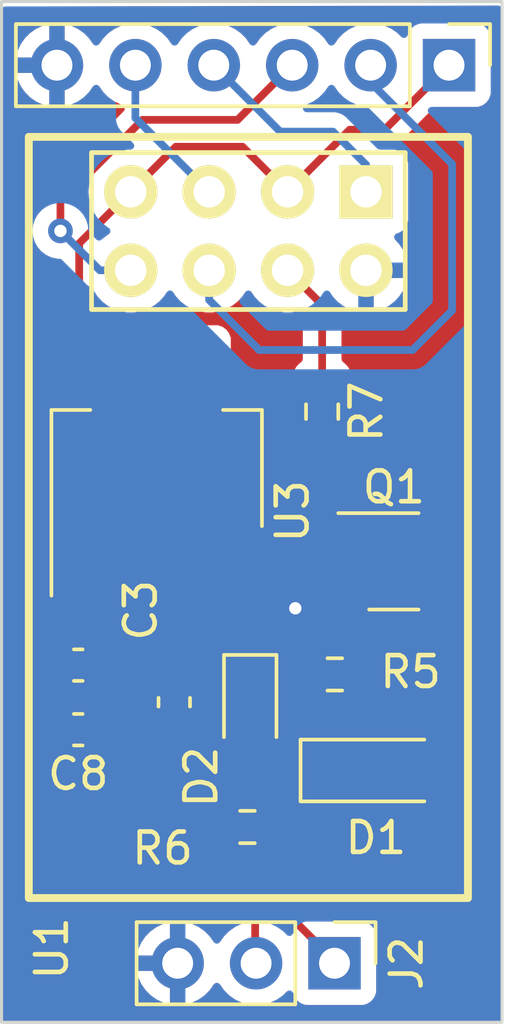
<source format=kicad_pcb>
(kicad_pcb (version 20240108) (generator "pcbnew") (generator_version "8.0")
  (layers (0 "F.Cu" signal) (31 "B.Cu" signal) (34 "B.Paste" user) (35 "F.Paste" user) (36 "B.SilkS" user "B.Silkscreen") (37 "F.SilkS" user "F.Silkscreen") (38 "B.Mask" user) (39 "F.Mask" user) (44 "Edge.Cuts" user))
  (net 0 "")
  (net 1 "+3.3V")
  (net 2 "GND")
  (net 3 "Net-(D1-K)")
  (net 4 "+12V")
  (net 5 "Net-(J2-Pin_2)")
  (net 6 "Net-(D2-K)")
  (net 7 "Net-(U1-GPIO2)")
  (net 8 "Net-(J1-Pin_4)")
  (net 9 "Net-(J1-Pin_2)")
  (net 10 "Net-(J1-Pin_3)")
  (net 11 "Net-(J1-Pin_5)")
  (net 12 "Net-(Q1-B)")
  (footprint "Capacitor_SMD:C_0603_1608Metric" (layer "F.Cu") (at 100.1 108.98 -90)
    (property "Reference" "C3" (at -2.975 1.09 90) (layer "F.SilkS"))
    (property "Value" "10uF" (hide yes))
    (fp_line (start -0.14058 0.51) (end 0.14058 0.51) (stroke (width 0.12)) (layer "F.SilkS"))
    (fp_line (start -0.14058 -0.51) (end 0.14058 -0.51) (stroke (width 0.12)) (layer "F.SilkS"))
    (pad "1" smd roundrect (at -0.775 0 270) (size 0.9 0.95) (layers "F.Cu" "F.Paste" "F.Mask") (net 6 "Net-(D2-K)"))
    (pad "2" smd roundrect (at 0.775 0 270) (size 0.9 0.95) (layers "F.Cu" "F.Paste" "F.Mask") (net 2 "GND"))
  )
  (footprint "Capacitor_SMD:C_0603_1608Metric" (layer "F.Cu") (at 96.99 107.78 180)
    (property "Reference" "C9" (hide yes))
    (property "Value" "100nF" (hide yes))
    (fp_line (start -0.14058 0.51) (end 0.14058 0.51) (stroke (width 0.12)) (layer "F.SilkS"))
    (fp_line (start -0.14058 -0.51) (end 0.14058 -0.51) (stroke (width 0.12)) (layer "F.SilkS"))
    (pad "1" smd roundrect (at -0.775 0 180) (size 0.9 0.95) (layers "F.Cu" "F.Paste" "F.Mask") (net 1 "+3.3V"))
    (pad "2" smd roundrect (at 0.775 0 180) (size 0.9 0.95) (layers "F.Cu" "F.Paste" "F.Mask") (net 2 "GND"))
  )
  (footprint "Connector_PinHeader_2.54mm:PinHeader_1x03_P2.54mm_Vertical" (layer "F.Cu") (at 105.29 117.43 -90)
    (property "Reference" "J2" (at 0 -2.33 90) (layer "F.SilkS"))
    (property "Value" "Conn_01x03_Socket" (hide yes))
    (fp_line (start -1.33 6.41) (end 1.33 6.41) (stroke (width 0.12)) (layer "F.SilkS"))
    (fp_line (start -1.33 1.27) (end -1.33 6.41) (stroke (width 0.12)) (layer "F.SilkS"))
    (fp_line (start -1.33 1.27) (end 1.33 1.27) (stroke (width 0.12)) (layer "F.SilkS"))
    (fp_line (start 1.33 1.27) (end 1.33 6.41) (stroke (width 0.12)) (layer "F.SilkS"))
    (fp_line (start -1.33 0) (end -1.33 -1.33) (stroke (width 0.12)) (layer "F.SilkS"))
    (fp_line (start -1.33 -1.33) (end 0 -1.33) (stroke (width 0.12)) (layer "F.SilkS"))
    (pad "1" thru_hole rect (at 0 0 270) (size 1.7 1.7) (drill 1) (layers "*.Cu" "*.Mask") (net 4 "+12V"))
    (pad "2" thru_hole oval (at 0 2.54 270) (size 1.7 1.7) (drill 1) (layers "*.Cu" "*.Mask") (net 5 "Net-(J2-Pin_2)"))
    (pad "3" thru_hole oval (at 0 5.08 270) (size 1.7 1.7) (drill 1) (layers "*.Cu" "*.Mask") (net 2 "GND"))
  )
  (footprint "Resistor_SMD:R_0603_1608Metric" (layer "F.Cu") (at 104.89 99.575 -90)
    (property "Reference" "R7" (at 0 -1.43 90) (layer "F.SilkS"))
    (property "Value" "1K" (hide yes))
    (fp_line (start -0.237258 0.5225) (end 0.237258 0.5225) (stroke (width 0.12)) (layer "F.SilkS"))
    (fp_line (start -0.237258 -0.5225) (end 0.237258 -0.5225) (stroke (width 0.12)) (layer "F.SilkS"))
    (pad "1" smd roundrect (at -0.825 0 270) (size 0.8 0.95) (layers "F.Cu" "F.Paste" "F.Mask") (net 7 "Net-(U1-GPIO2)"))
    (pad "2" smd roundrect (at 0.825 0 270) (size 0.8 0.95) (layers "F.Cu" "F.Paste" "F.Mask") (net 12 "Net-(Q1-B)"))
  )
  (footprint "Package_TO_SOT_SMD:SOT-223" (layer "F.Cu") (at 99.53 101.43 90)
    (property "Reference" "U3" (at -1.37 4.4 270) (layer "F.SilkS"))
    (property "Value" "AMS1117-3.3" (hide yes))
    (fp_line (start 1.91 -3.41) (end 1.91 -2.15) (stroke (width 0.12)) (layer "F.SilkS"))
    (fp_line (start -4.1 -3.41) (end 1.91 -3.41) (stroke (width 0.12)) (layer "F.SilkS"))
    (fp_line (start 1.91 3.41) (end 1.91 2.15) (stroke (width 0.12)) (layer "F.SilkS"))
    (fp_line (start -1.85 3.41) (end 1.91 3.41) (stroke (width 0.12)) (layer "F.SilkS"))
    (pad "1" smd rect (at -3.15 -2.3 90) (size 2 1.5) (layers "F.Cu" "F.Paste" "F.Mask") (net 2 "GND"))
    (pad "2" smd rect (at -3.15 0 90) (size 2 1.5) (layers "F.Cu" "F.Paste" "F.Mask") (net 1 "+3.3V"))
    (pad "3" smd rect (at -3.15 2.3 90) (size 2 1.5) (layers "F.Cu" "F.Paste" "F.Mask") (net 6 "Net-(D2-K)"))
    (pad "4" smd rect (at 3.15 0 90) (size 2 3.8) (layers "F.Cu" "F.Paste" "F.Mask"))
  )
  (footprint "Resistor_SMD:R_0603_1608Metric" (layer "F.Cu") (at 102.47 113.02 180)
    (property "Reference" "R6" (at 2.75 -0.69 180) (layer "F.SilkS"))
    (property "Value" "470R" (hide yes))
    (fp_line (start -0.237258 0.5225) (end 0.237258 0.5225) (stroke (width 0.12)) (layer "F.SilkS"))
    (fp_line (start -0.237258 -0.5225) (end 0.237258 -0.5225) (stroke (width 0.12)) (layer "F.SilkS"))
    (pad "1" smd roundrect (at -0.825 0 180) (size 0.8 0.95) (layers "F.Cu" "F.Paste" "F.Mask") (net 3 "Net-(D1-K)"))
    (pad "2" smd roundrect (at 0.825 0 180) (size 0.8 0.95) (layers "F.Cu" "F.Paste" "F.Mask") (net 5 "Net-(J2-Pin_2)"))
  )
  (footprint "Package_TO_SOT_SMD:SOT-23-3" (layer "F.Cu") (at 107.2125 104.42)
    (property "Reference" "Q1" (at 0 -2.4 0) (layer "F.SilkS"))
    (property "Value" "BC858")
    (fp_line (start 0 -1.56) (end -1.8 -1.56) (stroke (width 0.12)) (layer "F.SilkS"))
    (fp_line (start 0 -1.56) (end 0.8 -1.56) (stroke (width 0.12)) (layer "F.SilkS"))
    (fp_line (start 0 1.56) (end -0.8 1.56) (stroke (width 0.12)) (layer "F.SilkS"))
    (fp_line (start 0 1.56) (end 0.8 1.56) (stroke (width 0.12)) (layer "F.SilkS"))
    (pad "1" smd roundrect (at -1.1375 -0.95) (size 1.325 0.6) (layers "F.Cu" "F.Paste" "F.Mask") (net 12 "Net-(Q1-B)"))
    (pad "2" smd roundrect (at -1.1375 0.95) (size 1.325 0.6) (layers "F.Cu" "F.Paste" "F.Mask") (net 3 "Net-(D1-K)"))
    (pad "3" smd roundrect (at 1.1375 0) (size 1.325 0.6) (layers "F.Cu" "F.Paste" "F.Mask") (net 2 "GND"))
  )
  (footprint "Diode_SMD:D_SOD-123" (layer "F.Cu") (at 106.55 111.19)
    (property "Reference" "D1" (at 0.08 2.18 360) (layer "F.SilkS"))
    (property "Value" "D_Zener" (hide yes))
    (fp_line (start -2.36 -1) (end -2.36 1) (stroke (width 0.12)) (layer "F.SilkS"))
    (fp_line (start -2.36 -1) (end 1.65 -1) (stroke (width 0.12)) (layer "F.SilkS"))
    (fp_line (start -2.36 1) (end 1.65 1) (stroke (width 0.12)) (layer "F.SilkS"))
    (pad "1" smd roundrect (at -1.65 0) (size 0.9 1.2) (layers "F.Cu" "F.Paste" "F.Mask") (net 3 "Net-(D1-K)"))
    (pad "2" smd roundrect (at 1.65 0) (size 0.9 1.2) (layers "F.Cu" "F.Paste" "F.Mask") (net 2 "GND"))
  )
  (footprint "ESP8266:ESP-01" (layer "F.Cu") (at 106.31 92.459 -90)
    (property "Reference" "U1" (at 24.491 10.18 90) (layer "F.SilkS"))
    (property "Value" "ESP-01v090" (hide yes))
    (fp_line (start -1.778 10.922) (end -1.778 -3.302) (stroke (width 0.254)) (layer "F.SilkS"))
    (fp_line (start 22.86 10.922) (end -1.778 10.922) (stroke (width 0.254)) (layer "F.SilkS"))
    (fp_line (start -1.27 8.89) (end 3.81 8.89) (stroke (width 0.1524)) (layer "F.SilkS"))
    (fp_line (start 3.81 8.89) (end 3.81 -1.27) (stroke (width 0.1524)) (layer "F.SilkS"))
    (fp_line (start -1.27 1.27) (end -1.27 8.89) (stroke (width 0.1524)) (layer "F.SilkS"))
    (fp_line (start -1.27 -1.27) (end -1.27 1.27) (stroke (width 0.1524)) (layer "F.SilkS"))
    (fp_line (start 1.27 -1.27) (end -1.27 -1.27) (stroke (width 0.1524)) (layer "F.SilkS"))
    (fp_line (start 3.81 -1.27) (end 1.27 -1.27) (stroke (width 0.1524)) (layer "F.SilkS"))
    (fp_line (start -1.778 -3.302) (end 22.86 -3.302) (stroke (width 0.254)) (layer "F.SilkS"))
    (fp_line (start 22.86 -3.302) (end 22.86 10.922) (stroke (width 0.254)) (layer "F.SilkS"))
    (pad "1" thru_hole rect (at 0 0 270) (size 1.7272 1.7272) (drill 1.016) (layers "*.Cu" "*.Mask" "F.SilkS") (net 8 "Net-(J1-Pin_4)"))
    (pad "2" thru_hole oval (at 2.54 0 270) (size 1.7272 1.7272) (drill 1.016) (layers "*.Cu" "*.Mask" "F.SilkS") (net 2 "GND"))
    (pad "3" thru_hole oval (at 0 2.54 270) (size 1.7272 1.7272) (drill 1.016) (layers "*.Cu" "*.Mask" "F.SilkS") (net 1 "+3.3V"))
    (pad "4" thru_hole oval (at 2.54 2.54 270) (size 1.7272 1.7272) (drill 1.016) (layers "*.Cu" "*.Mask" "F.SilkS") (net 7 "Net-(U1-GPIO2)"))
    (pad "5" thru_hole oval (at 0 5.08 270) (size 1.7272 1.7272) (drill 1.016) (layers "*.Cu" "*.Mask" "F.SilkS") (net 11 "Net-(J1-Pin_5)"))
    (pad "6" thru_hole oval (at 2.54 5.08 270) (size 1.7272 1.7272) (drill 1.016) (layers "*.Cu" "*.Mask" "F.SilkS") (net 9 "Net-(J1-Pin_2)"))
    (pad "7" thru_hole oval (at 0 7.62 270) (size 1.7272 1.7272) (drill 1.016) (layers "*.Cu" "*.Mask" "F.SilkS") (net 1 "+3.3V"))
    (pad "8" thru_hole oval (at 2.54 7.62 270) (size 1.7272 1.7272) (drill 1.016) (layers "*.Cu" "*.Mask" "F.SilkS") (net 10 "Net-(J1-Pin_3)"))
  )
  (footprint "Connector_PinHeader_2.54mm:PinHeader_1x06_P2.54mm_Vertical" (layer "F.Cu") (at 109 88.36 -90)
    (property "Reference" "J1" (hide yes))
    (property "Value" "Conn_01x06_Pin" (hide yes))
    (fp_line (start -1.33 14.03) (end 1.33 14.03) (stroke (width 0.12)) (layer "F.SilkS"))
    (fp_line (start -1.33 1.27) (end -1.33 14.03) (stroke (width 0.12)) (layer "F.SilkS"))
    (fp_line (start -1.33 1.27) (end 1.33 1.27) (stroke (width 0.12)) (layer "F.SilkS"))
    (fp_line (start 1.33 1.27) (end 1.33 14.03) (stroke (width 0.12)) (layer "F.SilkS"))
    (fp_line (start -1.33 0) (end -1.33 -1.33) (stroke (width 0.12)) (layer "F.SilkS"))
    (fp_line (start -1.33 -1.33) (end 0 -1.33) (stroke (width 0.12)) (layer "F.SilkS"))
    (pad "1" thru_hole rect (at 0 0 270) (size 1.7 1.7) (drill 1) (layers "*.Cu" "*.Mask") (net 1 "+3.3V"))
    (pad "2" thru_hole oval (at 0 2.54 270) (size 1.7 1.7) (drill 1) (layers "*.Cu" "*.Mask") (net 9 "Net-(J1-Pin_2)"))
    (pad "3" thru_hole oval (at 0 5.08 270) (size 1.7 1.7) (drill 1) (layers "*.Cu" "*.Mask") (net 10 "Net-(J1-Pin_3)"))
    (pad "4" thru_hole oval (at 0 7.62 270) (size 1.7 1.7) (drill 1) (layers "*.Cu" "*.Mask") (net 8 "Net-(J1-Pin_4)"))
    (pad "5" thru_hole oval (at 0 10.16 270) (size 1.7 1.7) (drill 1) (layers "*.Cu" "*.Mask") (net 11 "Net-(J1-Pin_5)"))
    (pad "6" thru_hole oval (at 0 12.7 270) (size 1.7 1.7) (drill 1) (layers "*.Cu" "*.Mask") (net 2 "GND"))
  )
  (footprint "Capacitor_SMD:C_0603_1608Metric" (layer "F.Cu") (at 96.99 109.87 180)
    (property "Reference" "C8" (at 0 -1.43 180) (layer "F.SilkS"))
    (property "Value" "10uF" (hide yes))
    (fp_line (start -0.14058 0.51) (end 0.14058 0.51) (stroke (width 0.12)) (layer "F.SilkS"))
    (fp_line (start -0.14058 -0.51) (end 0.14058 -0.51) (stroke (width 0.12)) (layer "F.SilkS"))
    (pad "1" smd roundrect (at -0.775 0 180) (size 0.9 0.95) (layers "F.Cu" "F.Paste" "F.Mask") (net 1 "+3.3V"))
    (pad "2" smd roundrect (at 0.775 0 180) (size 0.9 0.95) (layers "F.Cu" "F.Paste" "F.Mask") (net 2 "GND"))
  )
  (footprint "Diode_SMD:D_SOD-323" (layer "F.Cu") (at 102.56 109.06 -90)
    (property "Reference" "D2" (at 2.34 1.59 90) (layer "F.SilkS"))
    (property "Value" "1N5819WS" (hide yes))
    (fp_line (start -1.61 0.85) (end 1.05 0.85) (stroke (width 0.12)) (layer "F.SilkS"))
    (fp_line (start -1.61 -0.85) (end -1.61 0.85) (stroke (width 0.12)) (layer "F.SilkS"))
    (fp_line (start -1.61 -0.85) (end 1.05 -0.85) (stroke (width 0.12)) (layer "F.SilkS"))
    (pad "1" smd roundrect (at -1.05 0 270) (size 0.6 0.45) (layers "F.Cu" "F.Paste" "F.Mask") (net 6 "Net-(D2-K)"))
    (pad "2" smd roundrect (at 1.05 0 270) (size 0.6 0.45) (layers "F.Cu" "F.Paste" "F.Mask") (net 4 "+12V"))
  )
  (footprint "Resistor_SMD:R_0603_1608Metric" (layer "F.Cu") (at 105.3 108.08 180)
    (property "Reference" "R5" (at -2.455 0.08 180) (layer "F.SilkS"))
    (property "Value" "470R" (hide yes))
    (fp_line (start -0.237258 0.5225) (end 0.237258 0.5225) (stroke (width 0.12)) (layer "F.SilkS"))
    (fp_line (start -0.237258 -0.5225) (end 0.237258 -0.5225) (stroke (width 0.12)) (layer "F.SilkS"))
    (pad "1" smd roundrect (at -0.825 0 180) (size 0.8 0.95) (layers "F.Cu" "F.Paste" "F.Mask") (net 3 "Net-(D1-K)"))
    (pad "2" smd roundrect (at 0.825 0 180) (size 0.8 0.95) (layers "F.Cu" "F.Paste" "F.Mask") (net 6 "Net-(D2-K)"))
  )
  (gr_rect (start 94.505 86.3) (end 110.715 119.34) (stroke (width 0.1)) (fill none) (layer "Edge.Cuts"))
  (segment (start 102.311 91) (end 103.77 92.459) (width 0.25) (layer "F.Cu") (net 1))
  (segment (start 106.91 90.45) (end 105.779 90.45) (width 0.25) (layer "F.Cu") (net 1))
  (segment (start 105.779 90.45) (end 103.77 92.459) (width 0.25) (layer "F.Cu") (net 1))
  (segment (start 97.02 96.68) (end 97.02 101.15) (width 0.25) (layer "F.Cu") (net 1))
  (segment (start 97.02 96.68) (end 97.02 94.129) (width 0.25) (layer "F.Cu") (net 1))
  (segment (start 97.02 101.15) (end 99.53 103.66) (width 0.25) (layer "F.Cu") (net 1))
  (segment (start 109 88.36) (end 106.91 90.45) (width 0.25) (layer "F.Cu") (net 1))
  (segment (start 97.775 106.735) (end 99.49 105.02) (width 0.25) (layer "F.Cu") (net 1))
  (segment (start 100.149 91) (end 102.311 91) (width 0.25) (layer "F.Cu") (net 1))
  (segment (start 98.69 92.459) (end 100.149 91) (width 0.25) (layer "F.Cu") (net 1))
  (segment (start 97.775 109.5) (end 97.775 106.735) (width 0.25) (layer "F.Cu") (net 1))
  (segment (start 97.02 94.129) (end 98.69 92.459) (width 0.25) (layer "F.Cu") (net 1))
  (segment (start 97 96.7) (end 97.02 96.68) (width 0.25) (layer "F.Cu") (net 1))
  (segment (start 99.53 103.66) (end 99.53 104.58) (width 0.25) (layer "F.Cu") (net 1))
  (via (at 104.02 105.94) (size 0.8) (drill 0.4) (layers "F.Cu" "B.Cu") (net 2))
  (segment (start 106.0225 106.7475) (end 106.125 106.85) (width 0.25) (layer "F.Cu") (net 3))
  (segment (start 106.0225 105.34) (end 106.0225 106.7475) (width 0.25) (layer "F.Cu") (net 3))
  (segment (start 103.295 111.66) (end 103.295 113.02) (width 0.25) (layer "F.Cu") (net 3))
  (segment (start 103.765 111.19) (end 104.9 111.19) (width 0.25) (layer "F.Cu") (net 3))
  (segment (start 104.9 111.19) (end 104.9 109.305) (width 0.25) (layer "F.Cu") (net 3))
  (segment (start 106.125 106.85) (end 106.125 108.08) (width 0.25) (layer "F.Cu") (net 3))
  (segment (start 104.9 109.305) (end 106.125 108.08) (width 0.25) (layer "F.Cu") (net 3))
  (segment (start 103.765 111.19) (end 103.295 111.66) (width 0.25) (layer "F.Cu") (net 3))
  (segment (start 102.46 114.52) (end 105.525 117.585) (width 0.25) (layer "F.Cu") (net 4))
  (segment (start 102.46 110.1175) (end 102.46 114.52) (width 0.25) (layer "F.Cu") (net 4))
  (segment (start 102.72 115.416396) (end 101.645 114.341396) (width 0.25) (layer "F.Cu") (net 5))
  (segment (start 102.72 117.85) (end 102.72 115.416396) (width 0.25) (layer "F.Cu") (net 5))
  (segment (start 101.645 114.341396) (end 101.645 113.02) (width 0.25) (layer "F.Cu") (net 5))
  (segment (start 101.7875 104.77) (end 101.7875 107.2375) (width 0.25) (layer "F.Cu") (net 6))
  (segment (start 102.63 108.08) (end 102.56 108.01) (width 0.25) (layer "F.Cu") (net 6))
  (segment (start 100.1 108.205) (end 100.295 108.01) (width 0.25) (layer "F.Cu") (net 6))
  (segment (start 104.475 108.08) (end 102.63 108.08) (width 0.25) (layer "F.Cu") (net 6))
  (segment (start 100.295 108.01) (end 102.56 108.01) (width 0.25) (layer "F.Cu") (net 6))
  (segment (start 101.7875 107.2375) (end 102.56 108.01) (width 0.25) (layer "F.Cu") (net 6))
  (segment (start 104.89 98.75) (end 104.89 96.119) (width 0.25) (layer "F.Cu") (net 7))
  (segment (start 104.89 96.119) (end 103.77 94.999) (width 0.25) (layer "F.Cu") (net 7))
  (segment (start 106.31 91.58) (end 106.31 92.459) (width 0.25) (layer "B.Cu") (net 8))
  (segment (start 103.53 90.51) (end 105.24 90.51) (width 0.25) (layer "B.Cu") (net 8))
  (segment (start 101.38 88.36) (end 103.53 90.51) (width 0.25) (layer "B.Cu") (net 8))
  (segment (start 105.24 90.51) (end 106.31 91.58) (width 0.25) (layer "B.Cu") (net 8))
  (segment (start 109.1 91.56) (end 106.46 88.92) (width 0.25) (layer "B.Cu") (net 9))
  (segment (start 106.46 88.92) (end 106.46 88.36) (width 0.25) (layer "B.Cu") (net 9))
  (segment (start 101.23 95.96) (end 102.85 97.58) (width 0.25) (layer "B.Cu") (net 9))
  (segment (start 101.23 94.999) (end 101.23 95.96) (width 0.25) (layer "B.Cu") (net 9))
  (segment (start 102.85 97.58) (end 107.82 97.58) (width 0.25) (layer "B.Cu") (net 9))
  (segment (start 107.82 97.58) (end 109.1 96.3) (width 0.25) (layer "B.Cu") (net 9))
  (segment (start 109.1 96.3) (end 109.1 91.56) (width 0.25) (layer "B.Cu") (net 9))
  (segment (start 96.412622 93.724015) (end 96.412622 92.787378) (width 0.25) (layer "F.Cu") (net 10))
  (segment (start 102.15 90.13) (end 103.92 88.36) (width 0.25) (layer "F.Cu") (net 10))
  (segment (start 96.412622 92.787378) (end 99.07 90.13) (width 0.25) (layer "F.Cu") (net 10))
  (segment (start 99.07 90.13) (end 102.15 90.13) (width 0.25) (layer "F.Cu") (net 10))
  (via (at 96.412622 93.724015) (size 0.8) (drill 0.4) (layers "F.Cu" "B.Cu") (net 10))
  (segment (start 97.687607 94.999) (end 98.69 94.999) (width 0.25) (layer "B.Cu") (net 10))
  (segment (start 96.412622 93.724015) (end 97.687607 94.999) (width 0.25) (layer "B.Cu") (net 10))
  (segment (start 98.84 88.36) (end 98.84 90.069) (width 0.25) (layer "B.Cu") (net 11))
  (segment (start 98.84 90.069) (end 101.23 92.459) (width 0.25) (layer "B.Cu") (net 11))
  (segment (start 106.0225 103.44) (end 105.25 103.44) (width 0.25) (layer "F.Cu") (net 12))
  (segment (start 104.89 103.08) (end 104.89 100.4) (width 0.25) (layer "F.Cu") (net 12))
  (segment (start 105.25 103.44) (end 104.89 103.08) (width 0.25) (layer "F.Cu") (net 12))
  (zone (net 2) (net_name "GND") (layers "F&B.Cu") (connect_pads (clearance 0.5)) (min_thickness 0.25) (fill yes (thermal_gap 0.5) (thermal_bridge_width 0.5))
    (polygon (pts (xy 94.5 86.46) (xy 110.78 86.43) (xy 110.82 119.41) (xy 94.49 119.38)))
  )
)
</source>
